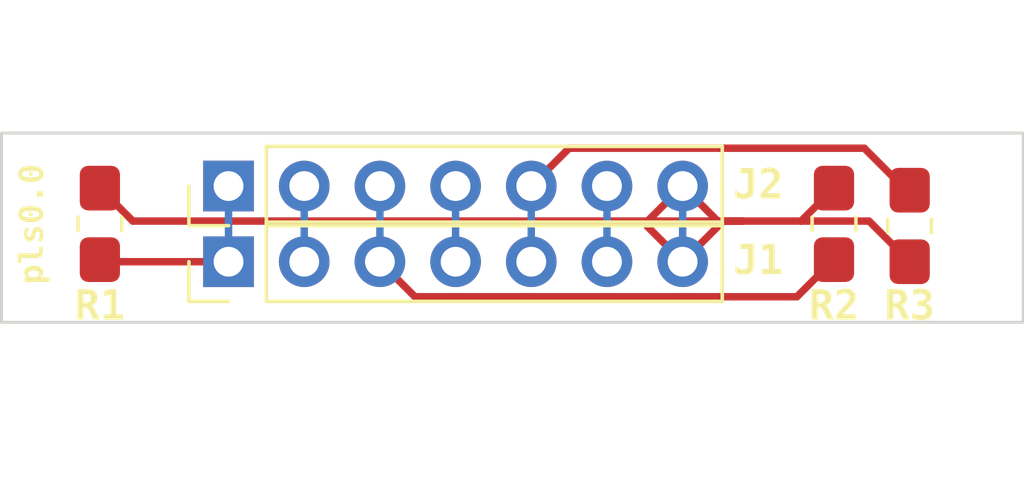
<source format=kicad_pcb>
(kicad_pcb (version 20240108) (generator "pcbnew") (generator_version "8.0")
  (layers (0 "F.Cu" signal) (31 "B.Cu" signal) (34 "B.Paste" user) (35 "F.Paste" user) (36 "B.SilkS" user "B.Silkscreen") (37 "F.SilkS" user "F.Silkscreen") (38 "B.Mask" user) (39 "F.Mask" user) (44 "Edge.Cuts" user))
  (net 0 "")
  (net 1 "Net-(J1-Pin_1)")
  (net 2 "Net-(J1-Pin_3)")
  (net 3 "Net-(J1-Pin_5)")
  (net 4 "GND")
  (net 5 "Net-(J1-Pin_2)")
  (net 6 "Net-(J1-Pin_4)")
  (net 7 "Net-(J1-Pin_6)")
  (footprint "stem_piano_footprints:R_0805_2012_1.20x1.40mm_medpad" (layer "F.Cu") (at 170.18 95.25 90)
    (property "Reference" "R2" (at -2.794 0 180) (layer "F.SilkS") (effects (font (thickness 0.2) (bold yes))))
    (property "Value" "R" (hide yes))
    (fp_line (start -0.227064 -0.735) (end 0.227064 -0.735) (stroke (width 0.12)) (layer "F.SilkS"))
    (fp_line (start -0.227064 0.735) (end 0.227064 0.735) (stroke (width 0.12)) (layer "F.SilkS"))
    (pad "1" smd roundrect (at -1.2 0 90) (size 1.5 1.35) (layers "F.Cu" "F.Paste" "F.Mask") (roundrect_rratio 0.208) (net 2 "Net-(J1-Pin_3)"))
    (pad "2" smd roundrect (at 1.2 0 90) (size 1.5 1.35) (layers "F.Cu" "F.Paste" "F.Mask") (roundrect_rratio 0.208) (net 4 "GND"))
  )
  (footprint "Connector_PinHeader_2.54mm:PinHeader_1x07_P2.54mm_Vertical" (layer "F.Cu") (at 149.86 93.98 90)
    (property "Reference" "J2" (at 0 17.78 180) (layer "F.SilkS") (effects (font (thickness 0.2) (bold yes))))
    (property "Value" "Conn_01x07_Pin")
    (fp_line (start -1.33 -1.33) (end 0 -1.33) (stroke (width 0.12)) (layer "F.SilkS"))
    (fp_line (start -1.33 0) (end -1.33 -1.33) (stroke (width 0.12)) (layer "F.SilkS"))
    (fp_line (start 1.33 1.27) (end 1.33 16.57) (stroke (width 0.12)) (layer "F.SilkS"))
    (fp_line (start -1.33 1.27) (end 1.33 1.27) (stroke (width 0.12)) (layer "F.SilkS"))
    (fp_line (start -1.33 1.27) (end -1.33 16.57) (stroke (width 0.12)) (layer "F.SilkS"))
    (fp_line (start -1.33 16.57) (end 1.33 16.57) (stroke (width 0.12)) (layer "F.SilkS"))
    (pad "1" thru_hole rect (at 0 0 90) (size 1.7 1.7) (drill 1) (layers "*.Cu" "*.Mask") (net 1 "Net-(J1-Pin_1)"))
    (pad "2" thru_hole oval (at 0 2.54 90) (size 1.7 1.7) (drill 1) (layers "*.Cu" "*.Mask") (net 5 "Net-(J1-Pin_2)"))
    (pad "3" thru_hole oval (at 0 5.08 90) (size 1.7 1.7) (drill 1) (layers "*.Cu" "*.Mask") (net 2 "Net-(J1-Pin_3)"))
    (pad "4" thru_hole oval (at 0 7.62 90) (size 1.7 1.7) (drill 1) (layers "*.Cu" "*.Mask") (net 6 "Net-(J1-Pin_4)"))
    (pad "5" thru_hole oval (at 0 10.16 90) (size 1.7 1.7) (drill 1) (layers "*.Cu" "*.Mask") (net 3 "Net-(J1-Pin_5)"))
    (pad "6" thru_hole oval (at 0 12.7 90) (size 1.7 1.7) (drill 1) (layers "*.Cu" "*.Mask") (net 7 "Net-(J1-Pin_6)"))
    (pad "7" thru_hole oval (at 0 15.24 90) (size 1.7 1.7) (drill 1) (layers "*.Cu" "*.Mask") (net 4 "GND"))
  )
  (footprint "Connector_PinHeader_2.54mm:PinHeader_1x07_P2.54mm_Vertical" (layer "F.Cu") (at 149.86 96.52 90)
    (property "Reference" "J1" (at 0 17.78 180) (layer "F.SilkS") (effects (font (thickness 0.2) (bold yes))))
    (property "Value" "Conn_01x07_Socket")
    (fp_line (start -1.33 -1.33) (end 0 -1.33) (stroke (width 0.12)) (layer "F.SilkS"))
    (fp_line (start -1.33 0) (end -1.33 -1.33) (stroke (width 0.12)) (layer "F.SilkS"))
    (fp_line (start 1.33 1.27) (end 1.33 16.57) (stroke (width 0.12)) (layer "F.SilkS"))
    (fp_line (start -1.33 1.27) (end 1.33 1.27) (stroke (width 0.12)) (layer "F.SilkS"))
    (fp_line (start -1.33 1.27) (end -1.33 16.57) (stroke (width 0.12)) (layer "F.SilkS"))
    (fp_line (start -1.33 16.57) (end 1.33 16.57) (stroke (width 0.12)) (layer "F.SilkS"))
    (pad "1" thru_hole rect (at 0 0 90) (size 1.7 1.7) (drill 1) (layers "*.Cu" "*.Mask") (net 1 "Net-(J1-Pin_1)"))
    (pad "2" thru_hole oval (at 0 2.54 90) (size 1.7 1.7) (drill 1) (layers "*.Cu" "*.Mask") (net 5 "Net-(J1-Pin_2)"))
    (pad "3" thru_hole oval (at 0 5.08 90) (size 1.7 1.7) (drill 1) (layers "*.Cu" "*.Mask") (net 2 "Net-(J1-Pin_3)"))
    (pad "4" thru_hole oval (at 0 7.62 90) (size 1.7 1.7) (drill 1) (layers "*.Cu" "*.Mask") (net 6 "Net-(J1-Pin_4)"))
    (pad "5" thru_hole oval (at 0 10.16 90) (size 1.7 1.7) (drill 1) (layers "*.Cu" "*.Mask") (net 3 "Net-(J1-Pin_5)"))
    (pad "6" thru_hole oval (at 0 12.7 90) (size 1.7 1.7) (drill 1) (layers "*.Cu" "*.Mask") (net 7 "Net-(J1-Pin_6)"))
    (pad "7" thru_hole oval (at 0 15.24 90) (size 1.7 1.7) (drill 1) (layers "*.Cu" "*.Mask") (net 4 "GND"))
  )
  (footprint "stem_piano_footprints:R_0805_2012_1.20x1.40mm_medpad" (layer "F.Cu") (at 172.72 95.32 -90)
    (property "Reference" "R3" (at 2.724 0 180) (layer "F.SilkS") (effects (font (thickness 0.2) (bold yes))))
    (property "Value" "R" (hide yes))
    (fp_line (start -0.227064 0.735) (end 0.227064 0.735) (stroke (width 0.12)) (layer "F.SilkS"))
    (fp_line (start -0.227064 -0.735) (end 0.227064 -0.735) (stroke (width 0.12)) (layer "F.SilkS"))
    (pad "1" smd roundrect (at -1.2 0 270) (size 1.5 1.35) (layers "F.Cu" "F.Paste" "F.Mask") (roundrect_rratio 0.208) (net 3 "Net-(J1-Pin_5)"))
    (pad "2" smd roundrect (at 1.2 0 270) (size 1.5 1.35) (layers "F.Cu" "F.Paste" "F.Mask") (roundrect_rratio 0.208) (net 4 "GND"))
  )
  (footprint "stem_piano_footprints:R_0805_2012_1.20x1.40mm_medpad" (layer "F.Cu") (at 145.542 95.25 90)
    (property "Reference" "R1" (at -2.794 0 180) (layer "F.SilkS") (effects (font (thickness 0.2) (bold yes))))
    (property "Value" "R" (hide yes))
    (fp_line (start -0.227064 -0.735) (end 0.227064 -0.735) (stroke (width 0.12)) (layer "F.SilkS"))
    (fp_line (start -0.227064 0.735) (end 0.227064 0.735) (stroke (width 0.12)) (layer "F.SilkS"))
    (pad "1" smd roundrect (at -1.2 0 90) (size 1.5 1.35) (layers "F.Cu" "F.Paste" "F.Mask") (roundrect_rratio 0.208) (net 1 "Net-(J1-Pin_1)"))
    (pad "2" smd roundrect (at 1.2 0 90) (size 1.5 1.35) (layers "F.Cu" "F.Paste" "F.Mask") (roundrect_rratio 0.208) (net 4 "GND"))
  )
  (gr_rect (start 142.24 92.202) (end 176.53 98.552) (stroke (width 0.1)) (fill none) (layer "Edge.Cuts"))
  (gr_text "pls0.0" (at 143.764 97.282 90) (layer "F.SilkS") (effects (font (size 0.8 0.8) (thickness 0.15) (bold yes)) (justify left bottom)))
  (segment (start 145.612 96.52) (end 149.86 96.52) (width 0.25) (layer "F.Cu") (net 1))
  (segment (start 145.542 96.45) (end 145.612 96.52) (width 0.25) (layer "F.Cu") (net 1))
  (segment (start 149.86 96.52) (end 149.86 93.98) (width 0.25) (layer "B.Cu") (net 1))
  (segment (start 170.18 96.45) (end 168.935 97.695) (width 0.25) (layer "F.Cu") (net 2))
  (segment (start 156.115 97.695) (end 154.94 96.52) (width 0.25) (layer "F.Cu") (net 2))
  (segment (start 168.935 97.695) (end 156.115 97.695) (width 0.25) (layer "F.Cu") (net 2))
  (segment (start 154.94 96.52) (end 154.94 93.98) (width 0.25) (layer "B.Cu") (net 2))
  (segment (start 171.196 92.71) (end 161.29 92.71) (width 0.25) (layer "F.Cu") (net 3))
  (segment (start 161.29 92.71) (end 160.02 93.98) (width 0.25) (layer "F.Cu") (net 3))
  (segment (start 172.606 94.12) (end 171.196 92.71) (width 0.25) (layer "F.Cu") (net 3))
  (segment (start 172.72 94.12) (end 172.606 94.12) (width 0.25) (layer "F.Cu") (net 3))
  (segment (start 160.02 96.52) (end 160.02 93.98) (width 0.25) (layer "B.Cu") (net 3))
  (segment (start 169.075 95.155) (end 171.355 95.155) (width 0.25) (layer "F.Cu") (net 4))
  (segment (start 163.925 95.155) (end 165.1 93.98) (width 0.25) (layer "F.Cu") (net 4))
  (segment (start 166.465 95.155) (end 167.132 95.155) (width 0.25) (layer "F.Cu") (net 4))
  (segment (start 165.1 93.98) (end 166.275 95.155) (width 0.25) (layer "F.Cu") (net 4))
  (segment (start 163.925 95.155) (end 163.925 95.345) (width 0.25) (layer "F.Cu") (net 4))
  (segment (start 167.132 95.155) (end 169.075 95.155) (width 0.25) (layer "F.Cu") (net 4))
  (segment (start 166.275 95.155) (end 167.132 95.155) (width 0.25) (layer "F.Cu") (net 4))
  (segment (start 169.075 95.155) (end 170.18 94.05) (width 0.25) (layer "F.Cu") (net 4))
  (segment (start 145.542 94.05) (end 146.647 95.155) (width 0.25) (layer "F.Cu") (net 4))
  (segment (start 163.925 95.155) (end 167.132 95.155) (width 0.25) (layer "F.Cu") (net 4))
  (segment (start 165.1 96.52) (end 166.465 95.155) (width 0.25) (layer "F.Cu") (net 4))
  (segment (start 146.647 95.155) (end 163.925 95.155) (width 0.25) (layer "F.Cu") (net 4))
  (segment (start 171.355 95.155) (end 172.72 96.52) (width 0.25) (layer "F.Cu") (net 4))
  (segment (start 163.925 95.345) (end 165.1 96.52) (width 0.25) (layer "F.Cu") (net 4))
  (segment (start 165.1 96.52) (end 165.1 93.98) (width 0.25) (layer "B.Cu") (net 4))
  (segment (start 152.4 93.98) (end 152.4 96.52) (width 0.25) (layer "B.Cu") (net 5))
  (segment (start 157.48 93.98) (end 157.48 96.52) (width 0.25) (layer "B.Cu") (net 6))
  (segment (start 162.56 93.98) (end 162.56 96.52) (width 0.25) (layer "B.Cu") (net 7))
)
</source>
